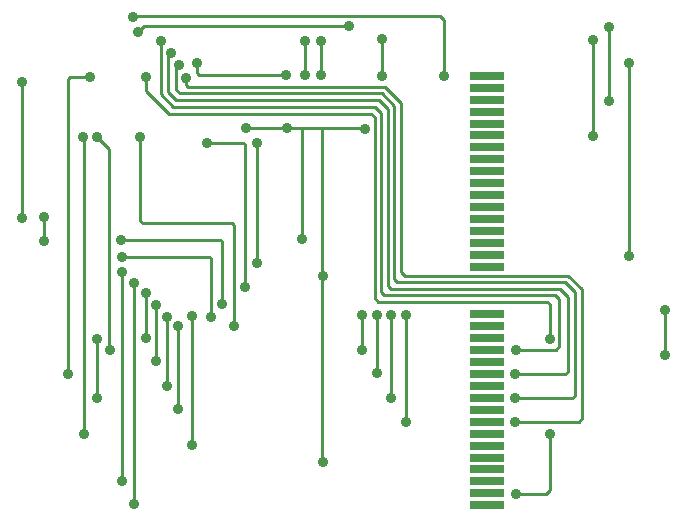
<source format=gbl>
G04 (created by PCBNEW (22-Jun-2014 BZR 4027)-stable) date Sun 04 Dec 2016 05:28:58 PM CST*
%MOIN*%
G04 Gerber Fmt 3.4, Leading zero omitted, Abs format*
%FSLAX34Y34*%
G01*
G70*
G90*
G04 APERTURE LIST*
%ADD10C,0.00590551*%
%ADD11R,0.11811X0.0275591*%
%ADD12C,0.035*%
%ADD13C,0.01*%
G04 APERTURE END LIST*
G54D10*
G54D11*
X67982Y-43220D03*
X67982Y-41629D03*
X67982Y-42027D03*
X67982Y-42822D03*
X67982Y-42424D03*
X67982Y-39243D03*
X67982Y-39641D03*
X67982Y-38846D03*
X67982Y-38448D03*
X67982Y-40038D03*
X67982Y-40436D03*
X67982Y-41231D03*
X67982Y-40834D03*
X67982Y-36857D03*
X67982Y-37255D03*
X67982Y-38050D03*
X67982Y-37653D03*
X67982Y-45605D03*
X67982Y-46003D03*
X67982Y-45208D03*
X67982Y-44810D03*
X67982Y-48787D03*
X67982Y-49184D03*
X67982Y-48389D03*
X67982Y-47991D03*
X67982Y-46401D03*
X67982Y-46798D03*
X67982Y-47594D03*
X67982Y-47196D03*
X67982Y-50377D03*
X67982Y-50775D03*
X67982Y-49979D03*
X67982Y-49582D03*
X67982Y-51172D03*
G54D12*
X72735Y-36435D03*
X72735Y-42870D03*
X71520Y-38850D03*
X71520Y-35660D03*
X58168Y-49148D03*
X58168Y-44858D03*
X54990Y-38890D03*
X55420Y-46000D03*
X63840Y-45990D03*
X63840Y-44820D03*
X56190Y-34905D03*
X66555Y-36870D03*
X55790Y-42340D03*
X59164Y-44464D03*
X56950Y-44500D03*
X56950Y-46360D03*
X68936Y-46802D03*
X57450Y-36110D03*
X57330Y-47190D03*
X57330Y-44880D03*
X68929Y-47593D03*
X57720Y-36510D03*
X57700Y-47970D03*
X57700Y-45180D03*
X68929Y-48384D03*
X57960Y-36927D03*
X56370Y-35380D03*
X63405Y-35190D03*
X72060Y-35230D03*
X72060Y-37680D03*
X55815Y-42885D03*
X58793Y-44905D03*
X59550Y-45210D03*
X56430Y-38890D03*
X55830Y-43400D03*
X55830Y-50370D03*
X68960Y-50780D03*
X70090Y-48800D03*
X70090Y-45630D03*
X56610Y-36890D03*
X56230Y-43770D03*
X56230Y-51140D03*
X56620Y-44080D03*
X56620Y-45600D03*
X68970Y-45980D03*
X57120Y-35710D03*
X58310Y-36435D03*
X62520Y-43530D03*
X63915Y-38625D03*
X52480Y-37060D03*
X52480Y-41600D03*
X61305Y-36840D03*
X62535Y-49740D03*
X61810Y-42301D03*
X59955Y-38605D03*
X61313Y-38605D03*
X73935Y-46170D03*
X73935Y-44660D03*
X58650Y-39080D03*
X59928Y-43912D03*
X60310Y-39080D03*
X60310Y-43100D03*
X64490Y-35640D03*
X64490Y-36850D03*
X62450Y-36840D03*
X62450Y-35680D03*
X61930Y-35700D03*
X61920Y-36840D03*
X53234Y-41564D03*
X53220Y-42370D03*
X65300Y-48400D03*
X65300Y-44820D03*
X64320Y-44835D03*
X64320Y-46770D03*
X54760Y-36890D03*
X54020Y-46780D03*
X54530Y-38900D03*
X54547Y-48787D03*
X64800Y-47580D03*
X64800Y-44820D03*
X54992Y-45633D03*
X54992Y-47586D03*
G54D13*
X72735Y-36435D02*
X72735Y-42870D01*
X71520Y-35660D02*
X71520Y-38850D01*
X58168Y-44858D02*
X58168Y-49148D01*
X55380Y-44620D02*
X55380Y-45960D01*
X54990Y-38890D02*
X55380Y-39280D01*
X55380Y-39280D02*
X55380Y-44620D01*
X55380Y-45960D02*
X55420Y-46000D01*
X63840Y-44820D02*
X63840Y-45990D01*
X56220Y-34875D02*
X56190Y-34905D01*
X56220Y-34875D02*
X57155Y-34875D01*
X57450Y-34875D02*
X64320Y-34875D01*
X57240Y-34875D02*
X57450Y-34875D01*
X57155Y-34875D02*
X57240Y-34875D01*
X64320Y-34875D02*
X66435Y-34875D01*
X66435Y-34875D02*
X66555Y-34995D01*
X66555Y-34995D02*
X66555Y-36870D01*
X57135Y-34875D02*
X57155Y-34875D01*
X59164Y-42394D02*
X59110Y-42340D01*
X59110Y-42340D02*
X55790Y-42340D01*
X59164Y-44464D02*
X59164Y-42394D01*
X56950Y-44500D02*
X56950Y-46360D01*
X57617Y-37653D02*
X64383Y-37653D01*
X57372Y-36180D02*
X57372Y-37408D01*
X57372Y-37408D02*
X57617Y-37653D01*
X70679Y-46718D02*
X70595Y-46802D01*
X70595Y-46802D02*
X68936Y-46802D01*
X70679Y-44229D02*
X70679Y-46718D01*
X70410Y-43960D02*
X70679Y-44229D01*
X64780Y-43960D02*
X70410Y-43960D01*
X64680Y-43860D02*
X64780Y-43960D01*
X64680Y-37950D02*
X64680Y-43860D01*
X64383Y-37653D02*
X64680Y-37950D01*
X57380Y-36180D02*
X57372Y-36180D01*
X57450Y-36110D02*
X57380Y-36180D01*
X57372Y-36153D02*
X57372Y-36180D01*
X57330Y-44880D02*
X57330Y-47190D01*
X57747Y-37440D02*
X64490Y-37440D01*
X57631Y-36600D02*
X57631Y-37324D01*
X57631Y-37324D02*
X57747Y-37440D01*
X70917Y-47516D02*
X70840Y-47593D01*
X70840Y-47593D02*
X68929Y-47593D01*
X70917Y-44067D02*
X70917Y-47516D01*
X70590Y-43740D02*
X70917Y-44067D01*
X65000Y-43740D02*
X70590Y-43740D01*
X64900Y-43640D02*
X65000Y-43740D01*
X64900Y-37850D02*
X64900Y-43640D01*
X64490Y-37440D02*
X64900Y-37850D01*
X57631Y-36600D02*
X57631Y-36599D01*
X57631Y-36599D02*
X57720Y-36510D01*
X57631Y-36569D02*
X57631Y-36600D01*
X57700Y-45180D02*
X57700Y-47970D01*
X58030Y-37230D02*
X64600Y-37230D01*
X57960Y-37160D02*
X58030Y-37230D01*
X71050Y-48384D02*
X68929Y-48384D01*
X71155Y-48279D02*
X71050Y-48384D01*
X57960Y-37160D02*
X57960Y-36927D01*
X71155Y-43967D02*
X71155Y-48279D01*
X70707Y-43519D02*
X71155Y-43967D01*
X65244Y-43519D02*
X70707Y-43519D01*
X65130Y-43405D02*
X65244Y-43519D01*
X65130Y-37760D02*
X65130Y-43405D01*
X64600Y-37230D02*
X65130Y-37760D01*
X57960Y-36927D02*
X57852Y-37035D01*
X56370Y-35380D02*
X56560Y-35190D01*
X56560Y-35190D02*
X57105Y-35190D01*
X63405Y-35190D02*
X57105Y-35190D01*
X72060Y-35230D02*
X72060Y-37680D01*
X58793Y-42938D02*
X58740Y-42885D01*
X58740Y-42885D02*
X55815Y-42885D01*
X58793Y-44905D02*
X58793Y-42938D01*
X59550Y-41840D02*
X59550Y-45210D01*
X59480Y-41770D02*
X59550Y-41840D01*
X56520Y-41770D02*
X59480Y-41770D01*
X56430Y-41680D02*
X56520Y-41770D01*
X56430Y-38890D02*
X56430Y-41680D01*
X55830Y-43400D02*
X55830Y-50370D01*
X57390Y-38120D02*
X64130Y-38120D01*
X69970Y-50780D02*
X68960Y-50780D01*
X70090Y-50660D02*
X69970Y-50780D01*
X70090Y-48800D02*
X70090Y-50660D01*
X70090Y-44470D02*
X70090Y-45630D01*
X70005Y-44385D02*
X70090Y-44470D01*
X64365Y-44385D02*
X70005Y-44385D01*
X64245Y-44265D02*
X64365Y-44385D01*
X64245Y-38235D02*
X64245Y-44265D01*
X64130Y-38120D02*
X64245Y-38235D01*
X56640Y-37370D02*
X57390Y-38120D01*
X57390Y-38120D02*
X57410Y-38140D01*
X56640Y-36920D02*
X56640Y-37370D01*
X56610Y-36890D02*
X56640Y-36920D01*
X56230Y-43770D02*
X56230Y-51140D01*
X56620Y-44080D02*
X56620Y-45600D01*
X59460Y-37890D02*
X64250Y-37890D01*
X70280Y-45980D02*
X68970Y-45980D01*
X70400Y-45860D02*
X70280Y-45980D01*
X70400Y-44310D02*
X70400Y-45860D01*
X70260Y-44170D02*
X70400Y-44310D01*
X64560Y-44170D02*
X70260Y-44170D01*
X64460Y-44070D02*
X64560Y-44170D01*
X64460Y-38100D02*
X64460Y-44070D01*
X64250Y-37890D02*
X64460Y-38100D01*
X57120Y-35710D02*
X57120Y-37470D01*
X57120Y-37470D02*
X57540Y-37890D01*
X57540Y-37890D02*
X59460Y-37890D01*
X59460Y-37890D02*
X59470Y-37890D01*
X61305Y-36840D02*
X58400Y-36840D01*
X58320Y-36760D02*
X58400Y-36840D01*
X58320Y-36445D02*
X58320Y-36760D01*
X58320Y-36445D02*
X58310Y-36435D01*
X62520Y-43455D02*
X62490Y-43455D01*
X62490Y-43485D02*
X62520Y-43455D01*
X62490Y-43500D02*
X62490Y-43485D01*
X62520Y-43530D02*
X62490Y-43500D01*
X63895Y-38605D02*
X63915Y-38625D01*
X62490Y-38605D02*
X63895Y-38605D01*
X52480Y-37060D02*
X52480Y-41600D01*
X61320Y-36825D02*
X61305Y-36840D01*
X62490Y-43155D02*
X62490Y-43455D01*
X62490Y-43455D02*
X62490Y-49695D01*
X62490Y-49695D02*
X62535Y-49740D01*
X62490Y-43155D02*
X62490Y-38605D01*
X62490Y-38605D02*
X62490Y-38610D01*
X62490Y-38610D02*
X62490Y-38605D01*
X61810Y-38738D02*
X61810Y-38605D01*
X61810Y-38605D02*
X61803Y-38605D01*
X61313Y-38605D02*
X61803Y-38605D01*
X61803Y-38605D02*
X62490Y-38605D01*
X61810Y-38710D02*
X61810Y-38738D01*
X61810Y-38738D02*
X61810Y-42301D01*
X59955Y-38605D02*
X61313Y-38605D01*
X73935Y-44660D02*
X73935Y-46170D01*
X59870Y-39080D02*
X58650Y-39080D01*
X59930Y-39140D02*
X59870Y-39080D01*
X59930Y-43910D02*
X59930Y-39140D01*
X59928Y-43912D02*
X59930Y-43910D01*
X60310Y-43100D02*
X60310Y-39080D01*
X64490Y-36850D02*
X64490Y-35640D01*
X62450Y-36840D02*
X62450Y-35680D01*
X61920Y-35710D02*
X61920Y-36840D01*
X61930Y-35700D02*
X61920Y-35710D01*
X61905Y-36825D02*
X61920Y-36840D01*
X53220Y-41578D02*
X53220Y-42370D01*
X53234Y-41564D02*
X53220Y-41578D01*
X65300Y-44820D02*
X65300Y-48400D01*
X64320Y-44835D02*
X64320Y-46770D01*
X54020Y-46780D02*
X54020Y-36960D01*
X54020Y-36960D02*
X54090Y-36890D01*
X54090Y-36890D02*
X54760Y-36890D01*
X54547Y-38917D02*
X54547Y-48787D01*
X54530Y-38900D02*
X54547Y-38917D01*
X54545Y-48790D02*
X54530Y-48790D01*
X54545Y-48790D02*
X54547Y-48787D01*
X64800Y-44820D02*
X64800Y-47580D01*
X54992Y-45633D02*
X54992Y-47586D01*
M02*

</source>
